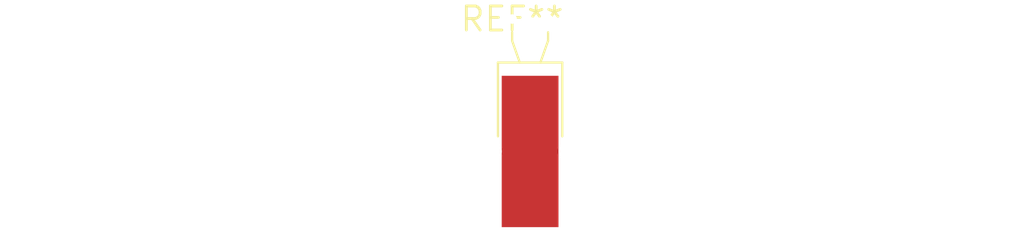
<source format=kicad_pcb>
(kicad_pcb (version 20240108) (generator pcbnew)
  (layers (0 "F.Cu" signal) (31 "B.Cu" signal) (34 "B.Paste" user) (35 "F.Paste" user) (36 "B.SilkS" user "B.Silkscreen") (37 "F.SilkS" user "F.Silkscreen") (38 "B.Mask" user) (39 "F.Mask" user) (44 "Edge.Cuts" user))
  (net 0 "")
  (footprint "Crystal_C38-LF_D3.0mm_L8.0mm_Horizontal_1EP_style2" (layer "F.Cu") (at 0 0)
    (property "Reference" "REF**")
    (property "Value" "Crystal_C38-LF_D3.0mm_L8.0mm_Horizontal_1EP_style2")
    (fp_line (start -0.75 2.3) (end 2.65 2.3) (layer "F.SilkS") (stroke (width 0.12)))
    (fp_line (start -0.75 6.2) (end -0.75 2.3) (layer "F.SilkS") (stroke (width 0.12)))
    (fp_line (start 0 1.15) (end 0 0.7) (layer "F.SilkS") (stroke (width 0.12)))
    (fp_line (start 0.405 2.3) (end 0 1.15) (layer "F.SilkS") (stroke (width 0.12)))
    (fp_line (start 1.495 2.3) (end 1.9 1.15) (layer "F.SilkS") (stroke (width 0.12)))
    (fp_line (start 1.9 1.15) (end 1.9 0.7) (layer "F.SilkS") (stroke (width 0.12)))
    (fp_line (start 2.65 2.3) (end 2.65 6.2) (layer "F.SilkS") (stroke (width 0.12)))
    (pad "1" thru_hole circle (at 0 0) (size 1 1) (drill 0.5) (layers *.Cu *.Mask) (remove_unused_layers))
    (pad "2" thru_hole circle (at 1.9 0) (size 1 1) (drill 0.5) (layers *.Cu *.Mask) (remove_unused_layers))
    (pad "3" thru_hole rect (at -0.95 7) (size 1.2 1.2) (drill 0.8) (layers *.Cu *.Mask) (remove_unused_layers))
    (pad "3" smd rect (at 0.95 7) (size 3 8) (layers "F.Cu" "F.Paste" "F.Mask"))
    (pad "3" thru_hole rect (at 2.85 7) (size 1.2 1.2) (drill 0.8) (layers *.Cu *.Mask) (remove_unused_layers))
  )
)
</source>
